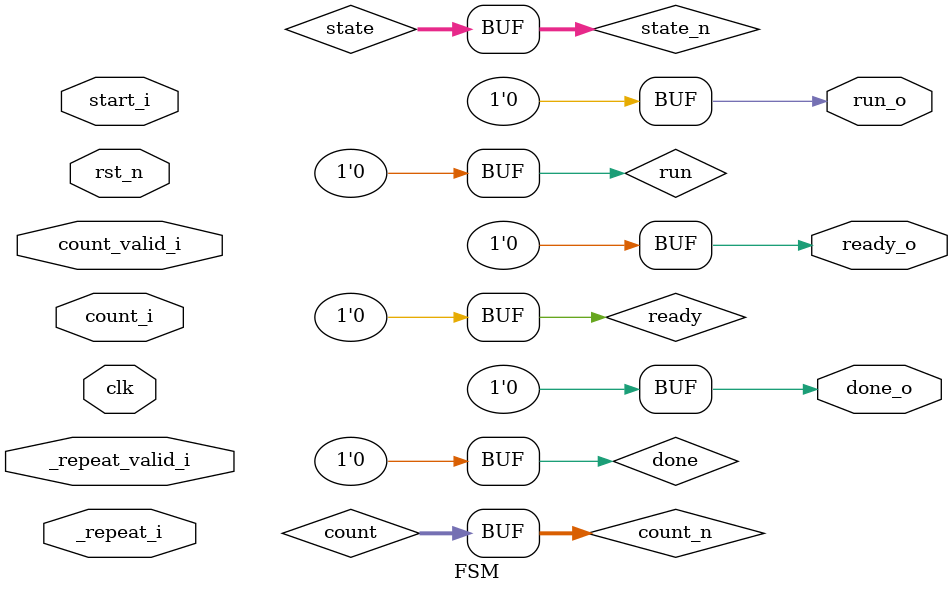
<source format=sv>


module FSM
(
    input   wire                    clk,
    input   wire                    rst_n,

    input   wire    [3:0]           count_i,
    input   wire                    count_valid_i,
    input   wire                    start_i,
    input   wire                    _repeat_i,
    input   wire                    _repeat_valid_i,

    output  wire                    ready_o,
    output  wire                    run_o,
    output  wire                    done_o
);

    localparam  S_IDLE          = 3'b000;
    localparam  S_CONF          = 3'b001;
    localparam  S_RUN           = 3'b010;
    localparam  S_DONE          = 3'b011;
    localparam  S_ASK           = 3'b100;


    // Declaring  Signals
    //  - Feel free to add any additional signals you think are necessary.
    reg     [2:0]               state,      state_n;
    reg     [3:0]               count,       count_n;
    reg                         done;
    reg                         run;
    reg                         ready;
    
    // Sequential Logic
    // - Feel free to add any additional Logic you think are necessary.
    always_ff @(posedge clk) begin
        if(!rst_n) begin
            state               <= S_IDLE;
            count               <= 4'h0;
        end else begin
            state               <= state_n;
            count               <= count_n;
        end
    end

    // Combinational Logic
    // - Feel free to add any additional Logic you think are necessary.
    always_comb begin
        ready                   = 1'b0;
        run                     = 1'b0;
        done                    = 1'b0;
        state_n                 = state;
        count_n                 = count;

        case(state)
        // TODO: Fill your code here
        endcase
    end

    assign  done_o                  = done;
    assign  run_o                   = run;
    assign  ready_o                 = ready;

endmodule
</source>
